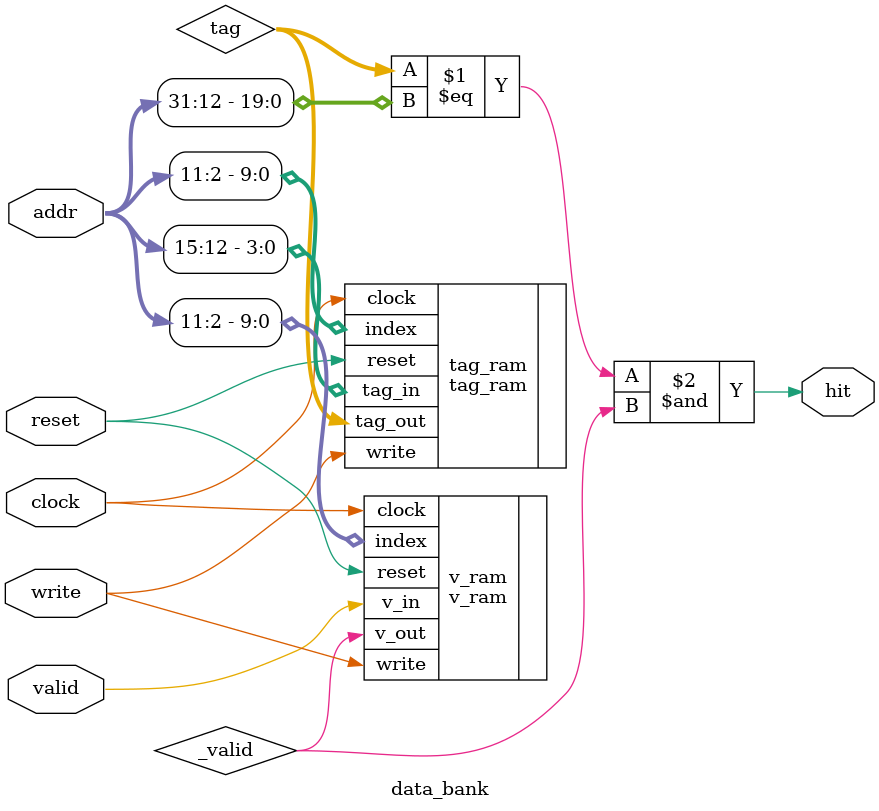
<source format=v>
`timescale 1ns/1ns
module data_bank (
    input clock, reset, write, valid,
    input [31:0] addr, //data_in,
    output hit
    //output [31:0] data_out
);
    /*
    cache_ram cache_ram (
        .clock(clock),
        .reset(reset),
        .write(write),
        .data_in(data_in),
        .index(addr[11:2]),
        .offset(addr[1:0]),
        .data_out(data_out)
    );
    */

    wire [3:0] tag;

    tag_ram tag_ram (
        .clock(clock),
        .reset(reset),
        .write(write),
        .tag_in(addr[15:12]),
        .index(addr[11:2]),
        .tag_out(tag)
    );

    wire _valid;

    
    v_ram v_ram (
        .clock(clock),
        .reset(reset),
        .write(write),
        .v_in(valid),
        .index(addr[11:2]),
        .v_out(_valid)
    );

    assign hit = (tag == addr[31:12]) & _valid;

endmodule

</source>
